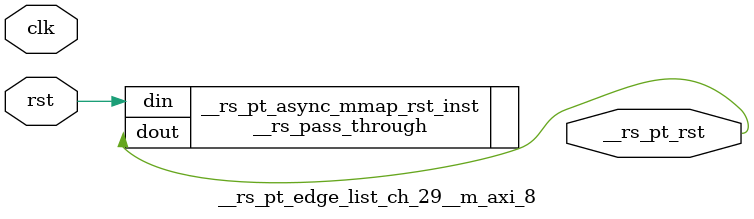
<source format=v>
`timescale 1 ns / 1 ps
/**   Generated by RapidStream   **/
module __rs_pt_edge_list_ch_29__m_axi_8 #(
    parameter BufferSize         = 32,
    parameter BufferSizeLog      = 5,
    parameter AddrWidth          = 64,
    parameter AxiSideAddrWidth   = 64,
    parameter DataWidth          = 512,
    parameter DataWidthBytesLog  = 6,
    parameter WaitTimeWidth      = 4,
    parameter BurstLenWidth      = 8,
    parameter EnableReadChannel  = 1,
    parameter EnableWriteChannel = 1,
    parameter MaxWaitTime        = 3,
    parameter MaxBurstLen        = 15
) (
    output wire __rs_pt_rst,
    input wire  clk,
    input wire  rst
);




__rs_pass_through #(
    .WIDTH (1)
) __rs_pt_async_mmap_rst_inst /**   Generated by RapidStream   **/ (
    .din  (rst),
    .dout (__rs_pt_rst)
);

endmodule  // __rs_pt_edge_list_ch_29__m_axi_8
</source>
